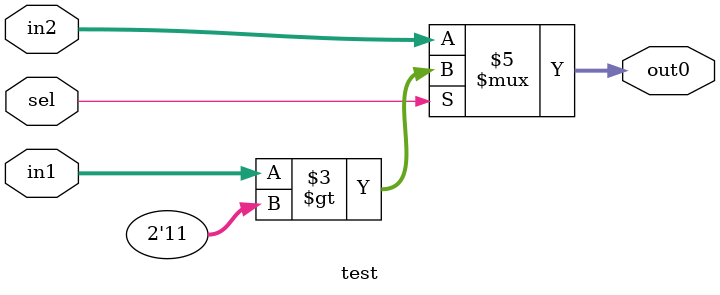
<source format=v>
module test (out0,in1,in2,sel);
 input sel;
 input [1:0] in1,in2;
 output [1:0] out0;
 reg [1:0] out0;
 always @( in1 or in2 or sel)
   if ( sel == 1'b1 )
     out0 = (in1 > -2'd1); //warning here
   else
     out0 = in2;
endmodule


</source>
